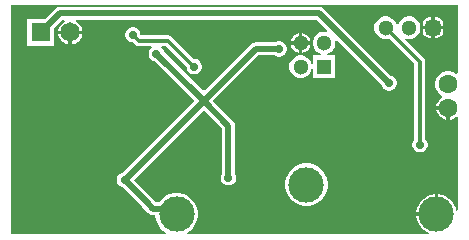
<source format=gbl>
G04*
G04 #@! TF.GenerationSoftware,Altium Limited,Altium Designer,21.8.1 (53)*
G04*
G04 Layer_Physical_Order=2*
G04 Layer_Color=1930808*
%FSLAX44Y44*%
%MOMM*%
G71*
G04*
G04 #@! TF.SameCoordinates,07770754-C78C-4D38-BC67-4B072819B11E*
G04*
G04*
G04 #@! TF.FilePolarity,Positive*
G04*
G01*
G75*
%ADD49C,0.5000*%
%ADD50C,0.3000*%
%ADD52C,1.3000*%
G04:AMPARAMS|DCode=53|XSize=1.3mm|YSize=1.3mm|CornerRadius=0.325mm|HoleSize=0mm|Usage=FLASHONLY|Rotation=0.000|XOffset=0mm|YOffset=0mm|HoleType=Round|Shape=RoundedRectangle|*
%AMROUNDEDRECTD53*
21,1,1.3000,0.6500,0,0,0.0*
21,1,0.6500,1.3000,0,0,0.0*
1,1,0.6500,0.3250,-0.3250*
1,1,0.6500,-0.3250,-0.3250*
1,1,0.6500,-0.3250,0.3250*
1,1,0.6500,0.3250,0.3250*
%
%ADD53ROUNDEDRECTD53*%
%ADD54C,1.6000*%
%ADD55C,3.0000*%
%ADD56R,1.3000X1.3000*%
%ADD57R,1.6500X1.6500*%
%ADD58C,1.6500*%
%ADD59C,0.7000*%
G36*
X858000Y924216D02*
X856827Y923730D01*
X856754Y923802D01*
X854246Y925250D01*
X851448Y926000D01*
X848552D01*
X845754Y925250D01*
X843246Y923802D01*
X841198Y921754D01*
X839750Y919246D01*
X839000Y916448D01*
Y913552D01*
X839750Y910754D01*
X841198Y908246D01*
X843246Y906198D01*
X845051Y905156D01*
Y903689D01*
X843860Y903002D01*
X841998Y901140D01*
X840682Y898860D01*
X840049Y896500D01*
X850000D01*
Y895000D01*
X851500D01*
Y885049D01*
X853860Y885682D01*
X856140Y886998D01*
X856827Y887685D01*
X858000Y887199D01*
Y808157D01*
X856730Y808032D01*
X856347Y809959D01*
X855065Y813053D01*
X853205Y815837D01*
X850837Y818205D01*
X848053Y820065D01*
X844959Y821347D01*
X841674Y822000D01*
X841500D01*
Y805000D01*
X840000D01*
Y803500D01*
X823000D01*
Y803326D01*
X823653Y800041D01*
X824935Y796947D01*
X826795Y794163D01*
X829163Y791795D01*
X831947Y789935D01*
X833552Y789270D01*
X833300Y788000D01*
X629243D01*
X628857Y789270D01*
X631474Y791019D01*
X633982Y793526D01*
X635951Y796474D01*
X637308Y799750D01*
X638000Y803227D01*
Y806773D01*
X637308Y810250D01*
X635951Y813526D01*
X633982Y816474D01*
X631474Y818981D01*
X628526Y820951D01*
X625250Y822308D01*
X621773Y823000D01*
X618227D01*
X614750Y822308D01*
X611474Y820951D01*
X608526Y818981D01*
X606018Y816474D01*
X605295Y815391D01*
X602539D01*
X598965Y818965D01*
X583931Y834000D01*
X643000Y893070D01*
X658392Y877677D01*
Y839287D01*
X657943Y838509D01*
X657500Y836856D01*
Y835144D01*
X657943Y833491D01*
X658799Y832009D01*
X660009Y830799D01*
X661491Y829943D01*
X663144Y829500D01*
X664856D01*
X666509Y829943D01*
X667991Y830799D01*
X669201Y832009D01*
X670057Y833491D01*
X670500Y835144D01*
Y836856D01*
X670057Y838509D01*
X669608Y839287D01*
Y880000D01*
X669181Y882146D01*
X667965Y883965D01*
X650930Y901000D01*
X689323Y939392D01*
X703713D01*
X704491Y938943D01*
X706144Y938500D01*
X707856D01*
X709509Y938943D01*
X710991Y939799D01*
X712201Y941009D01*
X713057Y942491D01*
X713500Y944144D01*
Y945856D01*
X713057Y947509D01*
X712201Y948991D01*
X710991Y950201D01*
X709509Y951057D01*
X707856Y951500D01*
X706144D01*
X704491Y951057D01*
X703713Y950608D01*
X687000D01*
X684854Y950181D01*
X683035Y948965D01*
X643884Y909814D01*
X642102Y909829D01*
X609290Y942641D01*
X609057Y943509D01*
X608201Y944991D01*
X607051Y946142D01*
X607068Y946413D01*
X607434Y947412D01*
X611100D01*
X628500Y930011D01*
Y929144D01*
X628943Y927491D01*
X629799Y926009D01*
X631009Y924799D01*
X632491Y923943D01*
X634144Y923500D01*
X635856D01*
X637509Y923943D01*
X638991Y924799D01*
X640201Y926009D01*
X641057Y927491D01*
X641500Y929144D01*
Y930856D01*
X641057Y932509D01*
X640201Y933991D01*
X638991Y935201D01*
X637509Y936057D01*
X635856Y936500D01*
X634989D01*
X616244Y955244D01*
X614756Y956239D01*
X613000Y956588D01*
X589901D01*
X589500Y956989D01*
Y957856D01*
X589057Y959509D01*
X588201Y960991D01*
X586991Y962201D01*
X585509Y963057D01*
X583856Y963500D01*
X582144D01*
X580491Y963057D01*
X579009Y962201D01*
X577799Y960991D01*
X576943Y959509D01*
X576500Y957856D01*
Y956144D01*
X576943Y954491D01*
X577799Y953009D01*
X579009Y951799D01*
X580491Y950943D01*
X582144Y950500D01*
X583011D01*
X584756Y948756D01*
X586244Y947761D01*
X588000Y947412D01*
X598566D01*
X598932Y946413D01*
X598950Y946142D01*
X597799Y944991D01*
X596943Y943509D01*
X596500Y941856D01*
Y940144D01*
X596943Y938491D01*
X597799Y937009D01*
X599009Y935799D01*
X600491Y934943D01*
X601359Y934710D01*
X635035Y901035D01*
X634217Y900147D01*
X574359Y840290D01*
X573491Y840057D01*
X572009Y839201D01*
X570799Y837991D01*
X569943Y836509D01*
X569500Y834856D01*
Y833144D01*
X569943Y831491D01*
X570799Y830009D01*
X572009Y828799D01*
X573491Y827943D01*
X574359Y827710D01*
X591035Y811035D01*
X596251Y805818D01*
X598070Y804603D01*
X600216Y804176D01*
X602000D01*
Y803227D01*
X602692Y799750D01*
X604049Y796474D01*
X606018Y793526D01*
X608526Y791019D01*
X611143Y789270D01*
X610757Y788000D01*
X480000D01*
Y982000D01*
X858000D01*
Y924216D01*
D02*
G37*
%LPC*%
G36*
X818251Y972500D02*
X815749D01*
X813333Y971853D01*
X811167Y970602D01*
X809398Y968833D01*
X808147Y966667D01*
X807657Y964838D01*
X806343D01*
X805853Y966667D01*
X804602Y968833D01*
X802833Y970602D01*
X800667Y971853D01*
X798251Y972500D01*
X795749D01*
X793333Y971853D01*
X791167Y970602D01*
X789398Y968833D01*
X788147Y966667D01*
X787500Y964251D01*
Y961749D01*
X788147Y959333D01*
X789398Y957167D01*
X791167Y955398D01*
X793333Y954147D01*
X795749Y953500D01*
X798251D01*
X799639Y953872D01*
X821412Y932100D01*
Y868604D01*
X820799Y867991D01*
X819943Y866509D01*
X819500Y864856D01*
Y863144D01*
X819943Y861491D01*
X820799Y860009D01*
X822009Y858799D01*
X823491Y857943D01*
X825144Y857500D01*
X826856D01*
X828509Y857943D01*
X829991Y858799D01*
X831201Y860009D01*
X832057Y861491D01*
X832500Y863144D01*
Y864856D01*
X832057Y866509D01*
X831201Y867991D01*
X830588Y868604D01*
Y934000D01*
X830239Y935756D01*
X829244Y937244D01*
X813774Y952714D01*
X814432Y953853D01*
X815749Y953500D01*
X818251D01*
X820667Y954147D01*
X822833Y955398D01*
X824602Y957167D01*
X825853Y959333D01*
X826500Y961749D01*
Y964251D01*
X825853Y966667D01*
X824602Y968833D01*
X822833Y970602D01*
X820667Y971853D01*
X818251Y972500D01*
D02*
G37*
G36*
X840250Y971603D02*
X838500D01*
Y964500D01*
X845603D01*
Y966250D01*
X845195Y968298D01*
X844035Y970035D01*
X842298Y971195D01*
X840250Y971603D01*
D02*
G37*
G36*
X835500D02*
X833750D01*
X831702Y971195D01*
X829965Y970035D01*
X828805Y968298D01*
X828397Y966250D01*
Y964500D01*
X835500D01*
Y971603D01*
D02*
G37*
G36*
X741000Y980608D02*
X521000D01*
X518854Y980181D01*
X517035Y978965D01*
X508320Y970250D01*
X493750D01*
Y947750D01*
X516250D01*
Y962319D01*
X523323Y969392D01*
X524960D01*
X525300Y968122D01*
X523706Y967202D01*
X521798Y965294D01*
X520448Y962956D01*
X519790Y960500D01*
X540210D01*
X539552Y962956D01*
X538202Y965294D01*
X536294Y967202D01*
X534700Y968122D01*
X535040Y969392D01*
X738677D01*
X747622Y960447D01*
X746965Y959309D01*
X746251Y959500D01*
X743749D01*
X741333Y958853D01*
X739167Y957602D01*
X737398Y955833D01*
X736147Y953667D01*
X735500Y951251D01*
Y948749D01*
X736147Y946333D01*
X737398Y944167D01*
X739167Y942398D01*
X741333Y941147D01*
X742742Y940770D01*
X742575Y939500D01*
X735500D01*
Y932425D01*
X734230Y932258D01*
X733853Y933667D01*
X732602Y935833D01*
X730833Y937602D01*
X728667Y938853D01*
X726251Y939500D01*
X723749D01*
X721333Y938853D01*
X719167Y937602D01*
X717398Y935833D01*
X716147Y933667D01*
X715500Y931251D01*
Y928749D01*
X716147Y926333D01*
X717398Y924167D01*
X719167Y922398D01*
X721333Y921147D01*
X723749Y920500D01*
X726251D01*
X728667Y921147D01*
X730833Y922398D01*
X732602Y924167D01*
X733853Y926333D01*
X734230Y927742D01*
X735500Y927575D01*
Y920500D01*
X754500D01*
Y939500D01*
X747425D01*
X747258Y940770D01*
X748667Y941147D01*
X750833Y942398D01*
X752602Y944167D01*
X753853Y946333D01*
X754500Y948749D01*
Y951251D01*
X754309Y951965D01*
X755447Y952622D01*
X793710Y914359D01*
X793943Y913491D01*
X794799Y912009D01*
X796009Y910799D01*
X797491Y909943D01*
X799144Y909500D01*
X800856D01*
X802509Y909943D01*
X803991Y910799D01*
X805201Y912009D01*
X806057Y913491D01*
X806500Y915144D01*
Y916856D01*
X806057Y918509D01*
X805201Y919991D01*
X803991Y921201D01*
X802509Y922057D01*
X801641Y922290D01*
X744965Y978965D01*
X743146Y980181D01*
X741000Y980608D01*
D02*
G37*
G36*
X845603Y961500D02*
X838500D01*
Y954397D01*
X840250D01*
X842298Y954805D01*
X844035Y955965D01*
X845195Y957702D01*
X845603Y959750D01*
Y961500D01*
D02*
G37*
G36*
X835500D02*
X828397D01*
Y959750D01*
X828805Y957702D01*
X829965Y955965D01*
X831702Y954805D01*
X833750Y954397D01*
X835500D01*
Y961500D01*
D02*
G37*
G36*
X726500Y958398D02*
Y951500D01*
X733398D01*
X732921Y953281D01*
X731802Y955219D01*
X730219Y956802D01*
X728281Y957921D01*
X726500Y958398D01*
D02*
G37*
G36*
X723500Y958398D02*
X721719Y957921D01*
X719781Y956802D01*
X718198Y955219D01*
X717079Y953281D01*
X716602Y951500D01*
X723500D01*
Y958398D01*
D02*
G37*
G36*
X540210Y957500D02*
X531500D01*
Y948790D01*
X533956Y949448D01*
X536294Y950798D01*
X538202Y952706D01*
X539552Y955044D01*
X540210Y957500D01*
D02*
G37*
G36*
X528500D02*
X519790D01*
X520448Y955044D01*
X521798Y952706D01*
X523706Y950798D01*
X526044Y949448D01*
X528500Y948790D01*
Y957500D01*
D02*
G37*
G36*
X733398Y948500D02*
X726500D01*
Y941602D01*
X728281Y942079D01*
X730219Y943198D01*
X731802Y944781D01*
X732921Y946719D01*
X733398Y948500D01*
D02*
G37*
G36*
X723500D02*
X716602D01*
X717079Y946719D01*
X718198Y944781D01*
X719781Y943198D01*
X721719Y942079D01*
X723500Y941602D01*
Y948500D01*
D02*
G37*
G36*
X848500Y893500D02*
X840049D01*
X840682Y891140D01*
X841998Y888860D01*
X843860Y886998D01*
X846140Y885682D01*
X848500Y885049D01*
Y893500D01*
D02*
G37*
G36*
X731773Y848000D02*
X728227D01*
X724750Y847308D01*
X721474Y845951D01*
X718526Y843981D01*
X716019Y841474D01*
X714049Y838526D01*
X712692Y835250D01*
X712000Y831773D01*
Y828227D01*
X712692Y824750D01*
X714049Y821474D01*
X716019Y818526D01*
X718526Y816019D01*
X721474Y814049D01*
X724750Y812692D01*
X728227Y812000D01*
X731773D01*
X735250Y812692D01*
X738526Y814049D01*
X741474Y816019D01*
X743981Y818526D01*
X745951Y821474D01*
X747308Y824750D01*
X748000Y828227D01*
Y831773D01*
X747308Y835250D01*
X745951Y838526D01*
X743981Y841474D01*
X741474Y843981D01*
X738526Y845951D01*
X735250Y847308D01*
X731773Y848000D01*
D02*
G37*
G36*
X838500Y822000D02*
X838326D01*
X835041Y821347D01*
X831947Y820065D01*
X829163Y818205D01*
X826795Y815837D01*
X824935Y813053D01*
X823653Y809959D01*
X823000Y806674D01*
Y806500D01*
X838500D01*
Y822000D01*
D02*
G37*
%LPD*%
D49*
X576000Y834000D02*
X595000Y815000D01*
X576000Y834000D02*
X576000D01*
X600216Y809783D02*
X615216D01*
X595000Y815000D02*
X600216Y809783D01*
X615216D02*
X620000Y805000D01*
X576000Y834000D02*
X643000Y901000D01*
X615000Y805000D02*
X620000D01*
X643000Y901000D02*
X664000Y880000D01*
Y836000D02*
Y880000D01*
X521000Y975000D02*
X741000D01*
X800000Y916000D01*
X508000Y962000D02*
X521000Y975000D01*
X643000Y901000D02*
X687000Y945000D01*
X603000Y941000D02*
X639000Y905000D01*
X643000Y901000D01*
X687000Y945000D02*
X707000D01*
D50*
X613000Y952000D02*
X635000Y930000D01*
X588000Y952000D02*
X613000D01*
X583000Y957000D02*
X588000Y952000D01*
X826000Y864000D02*
Y934000D01*
X797000Y963000D02*
X826000Y934000D01*
D52*
X797000Y963000D02*
D03*
X817000D02*
D03*
X745000Y950000D02*
D03*
X725000Y930000D02*
D03*
Y950000D02*
D03*
D53*
X837000Y963000D02*
D03*
D54*
X850000Y915000D02*
D03*
Y895000D02*
D03*
D55*
X730000Y830000D02*
D03*
X620000Y805000D02*
D03*
X840000D02*
D03*
D56*
X745000Y930000D02*
D03*
D57*
X505000Y959000D02*
D03*
D58*
X530000D02*
D03*
D59*
X784000Y904000D02*
D03*
X694000Y836000D02*
D03*
X576000Y834000D02*
D03*
Y805000D02*
D03*
X513000Y910000D02*
D03*
X664000Y836000D02*
D03*
X666000Y960000D02*
D03*
X603000Y964000D02*
D03*
X583000Y957000D02*
D03*
X635000Y930000D02*
D03*
X826000Y864000D02*
D03*
X545000Y881000D02*
D03*
X800000Y916000D02*
D03*
X623000Y901000D02*
D03*
X644000Y879000D02*
D03*
Y920000D02*
D03*
X665000Y902000D02*
D03*
X707000Y945000D02*
D03*
X603000Y941000D02*
D03*
M02*

</source>
